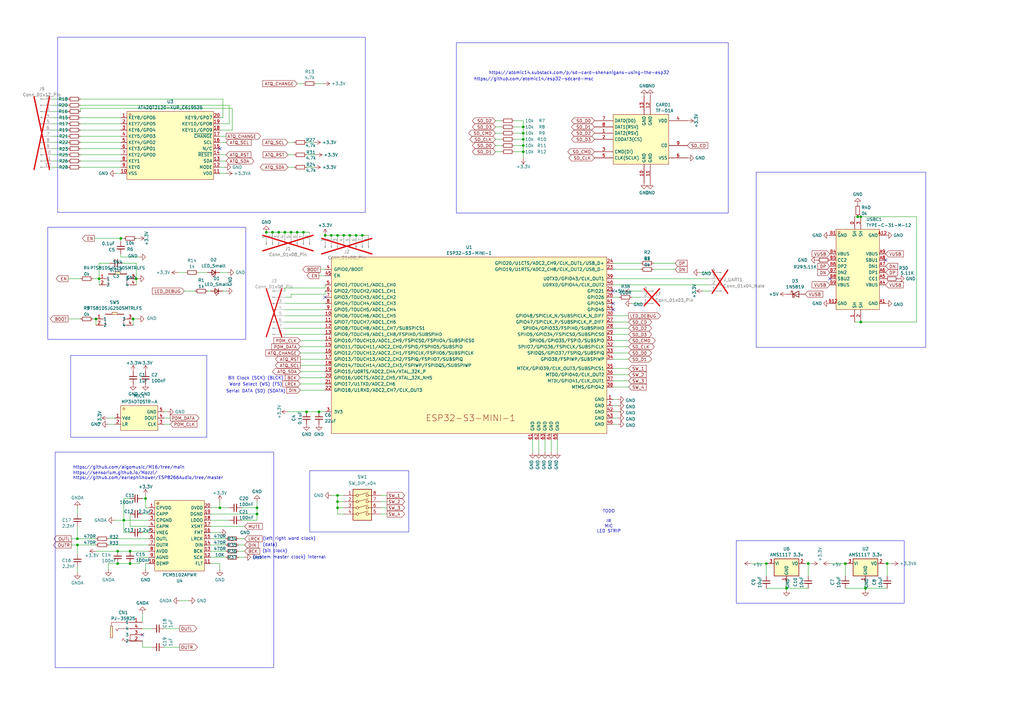
<source format=kicad_sch>
(kicad_sch (version 20231120) (generator "eeschema") (generator_version "8.0")
  (paper "A3")
  (junction (at 121.92 95.25))
  (junction (at 130.81 168.91))
  (junction (at 135.89 96.52))
  (junction (at 346.71 231.14))
  (junction (at 119.38 95.25))
  (junction (at 354.965 241.3))
  (junction (at 53.34 231.14))
  (junction (at 55.88 114.3))
  (junction (at 48.26 231.14))
  (junction (at 125.73 168.91))
  (junction (at 48.26 226.06))
  (junction (at 353.06 132.08))
  (junction (at 143.51 96.52))
  (junction (at 109.22 95.25))
  (junction (at 138.43 96.52))
  (junction (at 31.75 220.98))
  (junction (at 49.53 97.79))
  (junction (at 148.59 96.52))
  (junction (at 133.35 96.52))
  (junction (at 146.05 96.52))
  (junction (at 214.63 52.07))
  (junction (at 40.64 114.3))
  (junction (at 322.58 241.3))
  (junction (at 353.06 88.9))
  (junction (at 124.46 95.25))
  (junction (at 331.47 231.14))
  (junction (at 114.3 95.25))
  (junction (at 214.63 54.61))
  (junction (at 140.97 96.52))
  (junction (at 214.63 62.23))
  (junction (at 351.79 88.9))
  (junction (at 54.61 130.81))
  (junction (at 105.41 208.28))
  (junction (at 138.43 203.2))
  (junction (at 314.325 231.14))
  (junction (at 214.63 59.69))
  (junction (at 138.43 205.74))
  (junction (at 53.34 226.06))
  (junction (at 90.17 208.28))
  (junction (at 138.43 208.28))
  (junction (at 31.75 223.52))
  (junction (at 111.76 95.25))
  (junction (at 363.855 231.14))
  (junction (at 39.37 130.81))
  (junction (at 116.84 95.25))
  (junction (at 214.63 57.15))
  (junction (at 105.41 210.82))
  (junction (at 59.69 204.47))
  (junction (at 50.8 213.36))
  (no_connect (at 251.46 119.38))
  (no_connect (at 58.42 260.35))
  (no_connect (at 363.22 106.68))
  (no_connect (at 340.36 114.3))
  (no_connect (at 251.46 124.46))
  (no_connect (at 251.46 127))
  (no_connect (at 90.17 60.96))
  (no_connect (at 133.35 121.92))
  (wire (pts (xy 346.71 231.14) (xy 347.345 231.14)))
  (wire (pts (xy 86.36 210.82) (xy 105.41 210.82)))
  (wire (pts (xy 45.085 107.95) (xy 40.64 107.95)))
  (wire (pts (xy 33.02 50.8) (xy 49.53 50.8)))
  (wire (pts (xy 55.88 114.3) (xy 55.88 107.95)))
  (wire (pts (xy 203.2 57.15) (xy 205.74 57.15)))
  (wire (pts (xy 59.69 231.14) (xy 59.69 233.68)))
  (wire (pts (xy 29.21 220.98) (xy 31.75 220.98)))
  (wire (pts (xy 133.35 118.11) (xy 133.35 116.84)))
  (wire (pts (xy 251.46 116.84) (xy 290.83 116.84)))
  (wire (pts (xy 119.38 95.25) (xy 121.92 95.25)))
  (wire (pts (xy 129.54 34.29) (xy 132.715 34.29)))
  (wire (pts (xy 39.37 130.81) (xy 39.37 133.35)))
  (wire (pts (xy 346.71 241.3) (xy 354.965 241.3)))
  (wire (pts (xy 307.975 231.14) (xy 314.325 231.14)))
  (wire (pts (xy 118.11 68.58) (xy 120.65 68.58)))
  (wire (pts (xy 81.28 111.76) (xy 85.09 111.76)))
  (wire (pts (xy 90.17 66.04) (xy 92.71 66.04)))
  (wire (pts (xy 125.73 168.91) (xy 130.81 168.91)))
  (wire (pts (xy 124.46 95.25) (xy 127 95.25)))
  (wire (pts (xy 105.41 205.74) (xy 105.41 208.28)))
  (wire (pts (xy 31.75 208.28) (xy 31.75 210.82)))
  (wire (pts (xy 251.46 173.99) (xy 253.365 173.99)))
  (wire (pts (xy 214.63 59.69) (xy 214.63 57.15)))
  (wire (pts (xy 29.21 223.52) (xy 31.75 223.52)))
  (wire (pts (xy 363.855 241.3) (xy 354.965 241.3)))
  (wire (pts (xy 257.81 142.24) (xy 251.46 142.24)))
  (wire (pts (xy 53.34 204.47) (xy 50.8 204.47)))
  (wire (pts (xy 131.445 110.49) (xy 133.35 110.49)))
  (wire (pts (xy 91.44 40.64) (xy 91.44 48.26)))
  (wire (pts (xy 44.45 220.98) (xy 60.96 220.98)))
  (wire (pts (xy 133.35 96.52) (xy 135.89 96.52)))
  (wire (pts (xy 49.53 97.79) (xy 38.735 97.79)))
  (wire (pts (xy 156.21 208.28) (xy 158.75 208.28)))
  (wire (pts (xy 67.31 265.43) (xy 73.66 265.43)))
  (wire (pts (xy 90.17 53.34) (xy 95.25 53.34)))
  (wire (pts (xy 90.17 208.28) (xy 93.98 208.28)))
  (wire (pts (xy 251.46 151.13) (xy 257.81 151.13)))
  (wire (pts (xy 86.36 208.28) (xy 90.17 208.28)))
  (wire (pts (xy 346.71 236.22) (xy 346.71 231.14)))
  (wire (pts (xy 59.69 208.28) (xy 60.96 208.28)))
  (wire (pts (xy 21.59 48.26) (xy 27.94 48.26)))
  (wire (pts (xy 21.59 55.88) (xy 27.94 55.88)))
  (wire (pts (xy 203.2 52.07) (xy 205.74 52.07)))
  (wire (pts (xy 133.35 120.65) (xy 119.38 120.65)))
  (wire (pts (xy 251.46 107.95) (xy 262.89 107.95)))
  (wire (pts (xy 123.19 139.7) (xy 133.35 139.7)))
  (wire (pts (xy 86.36 215.9) (xy 100.33 215.9)))
  (wire (pts (xy 105.41 208.28) (xy 105.41 210.82)))
  (wire (pts (xy 50.8 97.79) (xy 49.53 97.79)))
  (wire (pts (xy 62.23 257.81) (xy 58.42 257.81)))
  (wire (pts (xy 67.31 173.99) (xy 69.85 173.99)))
  (wire (pts (xy 354.965 241.3) (xy 354.965 238.76)))
  (wire (pts (xy 135.89 96.52) (xy 138.43 96.52)))
  (wire (pts (xy 118.11 58.42) (xy 120.65 58.42)))
  (wire (pts (xy 251.46 158.75) (xy 257.81 158.75)))
  (wire (pts (xy 90.17 63.5) (xy 92.71 63.5)))
  (wire (pts (xy 121.92 95.25) (xy 124.46 95.25)))
  (wire (pts (xy 57.15 105.41) (xy 49.53 105.41)))
  (wire (pts (xy 314.325 241.3) (xy 322.58 241.3)))
  (wire (pts (xy 116.84 118.11) (xy 133.35 118.11)))
  (wire (pts (xy 86.36 213.36) (xy 93.98 213.36)))
  (wire (pts (xy 40.64 114.3) (xy 40.64 116.84)))
  (wire (pts (xy 75.565 119.38) (xy 80.01 119.38)))
  (wire (pts (xy 331.47 241.3) (xy 322.58 241.3)))
  (wire (pts (xy 123.19 149.86) (xy 133.35 149.86)))
  (wire (pts (xy 57.15 228.6) (xy 57.15 231.14)))
  (wire (pts (xy 332.74 231.14) (xy 331.47 231.14)))
  (wire (pts (xy 21.59 60.96) (xy 27.94 60.96)))
  (wire (pts (xy 73.025 111.76) (xy 76.2 111.76)))
  (wire (pts (xy 118.11 63.5) (xy 120.65 63.5)))
  (wire (pts (xy 86.36 228.6) (xy 92.71 228.6)))
  (wire (pts (xy 44.45 171.45) (xy 46.99 171.45)))
  (wire (pts (xy 97.79 228.6) (xy 100.33 228.6)))
  (wire (pts (xy 314.325 231.14) (xy 314.96 231.14)))
  (wire (pts (xy 31.75 215.9) (xy 31.75 220.98)))
  (wire (pts (xy 48.26 231.14) (xy 44.45 231.14)))
  (wire (pts (xy 67.31 171.45) (xy 69.85 171.45)))
  (wire (pts (xy 138.43 96.52) (xy 140.97 96.52)))
  (wire (pts (xy 267.97 107.95) (xy 276.86 107.95)))
  (wire (pts (xy 251.46 163.83) (xy 253.365 163.83)))
  (wire (pts (xy 39.37 226.06) (xy 48.26 226.06)))
  (wire (pts (xy 97.79 226.06) (xy 100.33 226.06)))
  (wire (pts (xy 67.31 168.91) (xy 68.58 168.91)))
  (wire (pts (xy 58.42 210.82) (xy 60.96 210.82)))
  (wire (pts (xy 109.22 95.25) (xy 111.76 95.25)))
  (wire (pts (xy 251.46 129.54) (xy 257.81 129.54)))
  (wire (pts (xy 59.69 204.47) (xy 59.69 208.28)))
  (wire (pts (xy 350.52 132.08) (xy 353.06 132.08)))
  (wire (pts (xy 50.8 204.47) (xy 50.8 213.36)))
  (wire (pts (xy 99.06 208.28) (xy 105.41 208.28)))
  (wire (pts (xy 73.66 246.38) (xy 77.47 246.38)))
  (wire (pts (xy 91.44 48.26) (xy 90.17 48.26)))
  (wire (pts (xy 251.46 121.92) (xy 254 121.92)))
  (wire (pts (xy 55.88 114.3) (xy 55.88 116.84)))
  (wire (pts (xy 119.38 121.92) (xy 116.84 121.92)))
  (wire (pts (xy 97.79 220.98) (xy 100.33 220.98)))
  (wire (pts (xy 60.96 213.36) (xy 50.8 213.36)))
  (wire (pts (xy 214.63 64.77) (xy 214.63 62.23)))
  (wire (pts (xy 91.44 119.38) (xy 92.71 119.38)))
  (wire (pts (xy 46.99 213.36) (xy 50.8 213.36)))
  (wire (pts (xy 33.02 60.96) (xy 49.53 60.96)))
  (wire (pts (xy 31.75 227.33) (xy 31.75 223.52)))
  (wire (pts (xy 40.64 114.3) (xy 38.1 114.3)))
  (wire (pts (xy 50.8 218.44) (xy 50.8 213.36)))
  (wire (pts (xy 105.41 213.36) (xy 99.06 213.36)))
  (wire (pts (xy 251.46 168.91) (xy 253.365 168.91)))
  (wire (pts (xy 351.79 88.9) (xy 353.06 88.9)))
  (wire (pts (xy 125.73 63.5) (xy 129.54 63.5)))
  (wire (pts (xy 90.17 218.44) (xy 86.36 218.44)))
  (wire (pts (xy 257.81 144.78) (xy 251.46 144.78)))
  (wire (pts (xy 44.45 173.99) (xy 46.99 173.99)))
  (wire (pts (xy 143.51 96.52) (xy 146.05 96.52)))
  (wire (pts (xy 123.19 154.94) (xy 133.35 154.94)))
  (wire (pts (xy 288.29 119.38) (xy 290.83 119.38)))
  (wire (pts (xy 90.17 71.12) (xy 92.71 71.12)))
  (wire (pts (xy 21.59 58.42) (xy 27.94 58.42)))
  (wire (pts (xy 90.17 233.68) (xy 90.17 231.14)))
  (wire (pts (xy 214.63 52.07) (xy 210.82 52.07)))
  (wire (pts (xy 90.17 111.76) (xy 93.345 111.76)))
  (wire (pts (xy 86.36 226.06) (xy 92.71 226.06)))
  (wire (pts (xy 340.36 231.14) (xy 346.71 231.14)))
  (wire (pts (xy 130.81 113.03) (xy 133.35 113.03)))
  (wire (pts (xy 33.02 63.5) (xy 49.53 63.5)))
  (wire (pts (xy 251.46 156.21) (xy 257.81 156.21)))
  (wire (pts (xy 31.75 220.98) (xy 39.37 220.98)))
  (wire (pts (xy 203.2 54.61) (xy 205.74 54.61)))
  (wire (pts (xy 58.42 262.89) (xy 58.42 265.43)))
  (wire (pts (xy 33.02 48.26) (xy 49.53 48.26)))
  (wire (pts (xy 287.02 111.76) (xy 290.83 111.76)))
  (wire (pts (xy 58.42 204.47) (xy 59.69 204.47)))
  (wire (pts (xy 33.02 40.64) (xy 91.44 40.64)))
  (wire (pts (xy 59.69 231.14) (xy 60.96 231.14)))
  (wire (pts (xy 138.43 208.28) (xy 138.43 210.82)))
  (wire (pts (xy 90.17 58.42) (xy 92.71 58.42)))
  (wire (pts (xy 21.59 50.8) (xy 27.94 50.8)))
  (wire (pts (xy 363.855 231.14) (xy 365.76 231.14)))
  (wire (pts (xy 33.02 53.34) (xy 49.53 53.34)))
  (wire (pts (xy 223.52 180.34) (xy 223.52 185.42)))
  (wire (pts (xy 21.59 66.04) (xy 27.94 66.04)))
  (wire (pts (xy 314.325 236.22) (xy 314.325 231.14)))
  (wire (pts (xy 53.34 231.14) (xy 48.26 231.14)))
  (wire (pts (xy 116.84 129.54) (xy 133.35 129.54)))
  (wire (pts (xy 146.05 96.52) (xy 148.59 96.52)))
  (wire (pts (xy 114.3 95.25) (xy 116.84 95.25)))
  (wire (pts (xy 90.17 208.28) (xy 90.17 205.74)))
  (wire (pts (xy 375.92 88.9) (xy 353.06 88.9)))
  (wire (pts (xy 251.46 110.49) (xy 262.89 110.49)))
  (wire (pts (xy 125.73 68.58) (xy 128.905 68.58)))
  (wire (pts (xy 251.46 166.37) (xy 253.365 166.37)))
  (wire (pts (xy 203.2 49.53) (xy 205.74 49.53)))
  (wire (pts (xy 257.81 134.62) (xy 251.46 134.62)))
  (wire (pts (xy 138.43 203.2) (xy 140.97 203.2)))
  (wire (pts (xy 105.41 210.82) (xy 105.41 213.36)))
  (wire (pts (xy 123.19 160.02) (xy 133.35 160.02)))
  (wire (pts (xy 33.02 44.45) (xy 33.02 45.72)))
  (wire (pts (xy 138.43 208.28) (xy 140.97 208.28)))
  (wire (pts (xy 214.63 59.69) (xy 210.82 59.69)))
  (wire (pts (xy 363.855 231.14) (xy 362.585 231.14)))
  (wire (pts (xy 203.2 59.69) (xy 205.74 59.69)))
  (wire (pts (xy 363.855 236.22) (xy 363.855 231.14)))
  (wire (pts (xy 123.19 144.78) (xy 133.35 144.78)))
  (wire (pts (xy 116.84 95.25) (xy 119.38 95.25)))
  (wire (pts (xy 49.53 99.06) (xy 49.53 97.79)))
  (wire (pts (xy 31.75 232.41) (xy 31.75 234.95)))
  (wire (pts (xy 214.63 59.69) (xy 214.63 62.23)))
  (wire (pts (xy 353.06 132.08) (xy 375.92 132.08)))
  (wire (pts (xy 133.35 132.08) (xy 116.84 132.08)))
  (wire (pts (xy 86.36 220.98) (xy 92.71 220.98)))
  (wire (pts (xy 331.47 231.14) (xy 330.2 231.14)))
  (wire (pts (xy 138.43 210.82) (xy 140.97 210.82)))
  (wire (pts (xy 56.515 130.81) (xy 54.61 130.81)))
  (wire (pts (xy 118.11 168.91) (xy 125.73 168.91)))
  (wire (pts (xy 214.63 62.23) (xy 210.82 62.23)))
  (wire (pts (xy 350.52 88.9) (xy 351.79 88.9)))
  (wire (pts (xy 116.84 137.16) (xy 133.35 137.16)))
  (wire (pts (xy 53.34 218.44) (xy 50.8 218.44)))
  (wire (pts (xy 135.89 203.2) (xy 138.43 203.2)))
  (wire (pts (xy 40.64 107.95) (xy 40.64 114.3)))
  (wire (pts (xy 33.02 55.88) (xy 49.53 55.88)))
  (wire (pts (xy 56.515 114.3) (xy 55.88 114.3)))
  (wire (pts (xy 214.63 54.61) (xy 210.82 54.61)))
  (wire (pts (xy 331.47 236.22) (xy 331.47 231.14)))
  (wire (pts (xy 44.45 223.52) (xy 60.96 223.52)))
  (wire (pts (xy 58.42 218.44) (xy 60.96 218.44)))
  (wire (pts (xy 90.17 55.88) (xy 92.71 55.88)))
  (wire (pts (xy 21.59 43.18) (xy 27.94 43.18)))
  (wire (pts (xy 130.81 168.91) (xy 133.35 168.91)))
  (wire (pts (xy 57.15 228.6) (xy 60.96 228.6)))
  (wire (pts (xy 33.02 130.81) (xy 27.94 130.81)))
  (wire (pts (xy 214.63 52.07) (xy 214.63 54.61)))
  (wire (pts (xy 354.965 241.935) (xy 354.965 241.3)))
  (wire (pts (xy 86.36 223.52) (xy 92.71 223.52)))
  (wire (pts (xy 54.61 130.81) (xy 54.61 133.35)))
  (wire (pts (xy 251.46 171.45) (xy 253.365 171.45)))
  (wire (pts (xy 21.59 53.34) (xy 27.94 53.34)))
  (wire (pts (xy 93.98 50.8) (xy 90.17 50.8)))
  (wire (pts (xy 257.81 147.32) (xy 251.46 147.32)))
  (wire (pts (xy 156.21 203.2) (xy 158.75 203.2)))
  (wire (pts (xy 257.81 137.16) (xy 251.46 137.16)))
  (wire (pts (xy 58.42 265.43) (xy 62.23 265.43)))
  (wire (pts (xy 140.97 96.52) (xy 143.51 96.52)))
  (wire (pts (xy 267.97 110.49) (xy 276.86 110.49)))
  (wire (pts (xy 59.69 203.2) (xy 59.69 204.47)))
  (wire (pts (xy 133.35 127) (xy 116.84 127)))
  (wire (pts (xy 90.17 68.58) (xy 92.075 68.58)))
  (wire (pts (xy 259.08 119.38) (xy 262.89 119.38)))
  (wire (pts (xy 218.44 185.42) (xy 218.44 180.34)))
  (wire (pts (xy 251.46 153.67) (xy 257.81 153.67)))
  (wire (pts (xy 93.98 43.18) (xy 93.98 50.8)))
  (wire (pts (xy 85.09 119.38) (xy 86.36 119.38)))
  (wire (pts (xy 21.59 45.72) (xy 27.94 45.72)))
  (wire (pts (xy 90.17 231.14) (xy 86.36 231.14)))
  (wire (pts (xy 214.63 49.53) (xy 214.63 52.07)))
  (wire (pts (xy 257.81 139.7) (xy 251.46 139.7)))
  (wire (pts (xy 33.02 43.18) (xy 93.98 43.18)))
  (wire (pts (xy 44.45 231.14) (xy 44.45 233.68)))
  (wire (pts (xy 322.58 241.935) (xy 322.58 241.3)))
  (wire (pts (xy 123.19 157.48) (xy 133.35 157.48)))
  (wire (pts (xy 322.58 241.3) (xy 322.58 238.76)))
  (wire (pts (xy 38.1 130.81) (xy 39.37 130.81)))
  (wire (pts (xy 259.08 124.46) (xy 262.89 124.46)))
  (wire (pts (xy 57.15 231.14) (xy 53.34 231.14)))
  (wire (pts (xy 220.98 180.34) (xy 220.98 185.42)))
  (wire (pts (xy 31.75 223.52) (xy 39.37 223.52)))
  (wire (pts (xy 203.2 62.23) (xy 205.74 62.23)))
  (wire (pts (xy 251.46 114.3) (xy 290.83 114.3)))
  (wire (pts (xy 55.88 107.95) (xy 50.165 107.95)))
  (wire (pts (xy 33.02 114.3) (xy 27.94 114.3)))
  (wire (pts (xy 33.02 68.58) (xy 49.53 68.58)))
  (wire (pts (xy 214.63 57.15) (xy 210.82 57.15)))
  (wire (pts (xy 97.79 223.52) (xy 100.33 223.52)))
  (wire (pts (xy 214.63 49.53) (xy 210.82 49.53)))
  (wire (pts (xy 21.59 68.58) (xy 27.94 68.58)))
  (wire (pts (xy 116.84 118.11) (xy 116.84 119.38)))
  (wire (pts (xy 156.21 205.74) (xy 158.75 205.74)))
  (wire (pts (xy 119.38 120.65) (xy 119.38 121.92)))
  (wire (pts (xy 214.63 54.61) (xy 214.63 57.15)))
  (wire (pts (xy 48.26 226.06) (xy 53.34 226.06)))
  (wire (pts (xy 148.59 96.52) (xy 151.13 96.52)))
  (wire (pts (xy 156.21 210.82) (xy 158.75 210.82)))
  (wire (pts (xy 21.59 40.64) (xy 27.94 40.64)))
  (wire (pts (xy 138.43 205.74) (xy 138.43 208.28)))
  (wire (pts (xy 259.08 121.92) (xy 262.89 121.92)))
  (wire (pts (xy 60.96 215.9) (xy 53.34 215.9)))
  (wire (pts (xy 53.34 215.9) (xy 53.34 210.82)))
  (wire (pts (xy 53.34 226.06) (xy 60.96 226.06)))
  (wire (pts (xy 116.84 124.46) (xy 133.35 124.46)))
  (wire (pts (xy 121.92 34.29) (xy 124.46 34.29)))
  (wire (pts (xy 125.73 58.42) (xy 128.905 58.42)))
  (wire (pts (xy 73.66 257.81) (xy 67.31 257.81)))
  (wire (pts (xy 123.19 142.24) (xy 133.35 142.24)))
  (wire (pts (xy 138.43 203.2) (xy 138.43 205.74)))
  (wire (pts (xy 257.81 132.08) (xy 251.46 132.08)))
  (wire (pts (xy 375.92 132.08) (xy 375.92 88.9)))
  (wire (pts (xy 33.02 58.42) (xy 49.53 58.42)))
  (wire (pts (xy 21.59 63.5) (xy 27.94 63.5)))
  (wire (pts (xy 226.06 180.34) (xy 226.06 185.42)))
  (wire (pts (xy 95.25 44.45) (xy 33.02 44.45)))
  (wire (pts (xy 228.6 180.34) (xy 228.6 185.42)))
  (wire (pts (xy 56.515 97.79) (xy 55.88 97.79)))
  (wire (pts (xy 138.43 205.74) (xy 140.97 205.74)))
  (wire (pts (xy 116.84 134.62) (xy 133.35 134.62)))
  (wire (pts (xy 123.19 152.4) (xy 133.35 152.4)))
  (wire (pts (xy 49.53 71.12) (xy 47.625 71.12)))
  (wire (pts (xy 111.76 95.25) (xy 114.3 95.25)))
  (wire (pts (xy 58.42 251.46) (xy 58.42 255.27)))
  (wire (pts (xy 49.53 105.41) (xy 49.53 104.14)))
  (wire (pts (xy 33.02 66.04) (xy 49.53 66.04)))
  (wire (pts (xy 123.19 147.32) (xy 133.35 147.32)))
  (wire (pts (xy 133.35 120.65) (xy 133.35 119.38)))
  (wire (pts (xy 95.25 53.34) (xy 95.25 44.45)))
  (rectangle (start 187.198 17.526) (end 298.704 87.376))
  (rectangle (start 28.956 145.796) (end 84.836 179.324))
  (rectangle (start 22.606 185.42) (end 112.268 273.812))
  (rectangle (start 310.134 70.612) (end 379.73 142.494))
  (rectangle (start 19.558 93.218) (end 100.838 139.192))
  (rectangle (start 127 193.04) (end 167.64 218.186))
  (rectangle (start 23.622 15.24) (end 149.86 87.122))
  (rectangle (start 302.006 221.742) (end 370.84 247.396))
  (text "Serial DATA (SD) (SDATA)" (at 104.902 160.528 0) (effects (font (size 1.27 1.27))))
  (text "(bit clock)" (at 112.776 226.06 0) (effects (font (size 1.27 1.27))))
  (text "TODO\n\nIR\nMIC\nLED STRIP" (at 249.682 213.868 0) (effects (font (size 1.27 1.27))))
  (text "Word Select (WS) (FS)" (at 104.902 157.734 0) (effects (font (size 1.27 1.27))))
  (text "https://github.com/algomusic/M16/tree/main" (at 52.832 191.77 0) (effects (font (size 1.27 1.27))))
  (text "(system master clock) internal" (at 118.618 228.6 0) (effects (font (size 1.27 1.27))))
  (text "(data)" (at 110.744 223.52 0) (effects (font (size 1.27 1.27))))
  (text "https://atomic14.substack.com/p/sd-card-shenanigans-using-the-esp32" (at 237.49 29.972 0) (effects (font (size 1.27 1.27))))
  (text "https://github.com/earlephilhower/ESP8266Audio/tree/master" (at 60.706 196.088 0) (effects (font (size 1.27 1.27))))
  (text "https://github.com/atomic14/esp32-sdcard-msc" (at 218.948 32.512 0) (effects (font (size 1.27 1.27))))
  (text "(left right word clock)" (at 118.618 220.98 0) (effects (font (size 1.27 1.27))))
  (text "https://sensorium.github.io/Mozzi/" (at 47.244 194.056 0) (effects (font (size 1.27 1.27))))
  (text "Bit Clock (SCK) (BLCK)" (at 104.902 155.194 0) (effects (font (size 1.27 1.27))))
  (global_label "SW_2" (shape output) (at 158.75 205.74 0) (property "Intersheetrefs" "${INTERSHEET_REFS}" (effects (hide yes))))
  (global_label "DIN" (shape input) (at 123.19 160.02 180) (property "Intersheetrefs" "${INTERSHEET_REFS}" (effects (hide yes))))
  (global_label "ATQ_RST" (shape input) (at 92.71 63.5 0) (property "Intersheetrefs" "${INTERSHEET_REFS}" (effects (hide yes))))
  (global_label "SW_1" (shape input) (at 257.81 151.13 0) (property "Intersheetrefs" "${INTERSHEET_REFS}" (effects (hide yes))))
  (global_label "ATQ_SDA" (shape bidirectional) (at 92.71 66.04 0) (property "Intersheetrefs" "${INTERSHEET_REFS}" (effects (hide yes))))
  (global_label "ATQ_CHANGE" (shape input) (at 123.19 144.78 180) (property "Intersheetrefs" "${INTERSHEET_REFS}" (effects (hide yes))))
  (global_label "ATQ_SDA" (shape bidirectional) (at 123.19 152.4 180) (property "Intersheetrefs" "${INTERSHEET_REFS}" (effects (hide yes))))
  (global_label "SD_CMD" (shape bidirectional) (at 243.84 62.23 180) (property "Intersheetrefs" "${INTERSHEET_REFS}" (effects (hide yes))))
  (global_label "ATQ_RST" (shape input) (at 118.11 63.5 180) (property "Intersheetrefs" "${INTERSHEET_REFS}" (effects (hide yes))))
  (global_label "VUSB" (shape input) (at 363.22 116.84 0) (property "Intersheetrefs" "${INTERSHEET_REFS}" (effects (hide yes))))
  (global_label "SD_CD" (shape input) (at 281.94 59.69 0) (property "Intersheetrefs" "${INTERSHEET_REFS}" (effects (hide yes))))
  (global_label "ATQ_SCL" (shape input) (at 118.11 58.42 180) (property "Intersheetrefs" "${INTERSHEET_REFS}" (effects (hide yes))))
  (global_label "SD_D2" (shape bidirectional) (at 257.81 134.62 0) (property "Intersheetrefs" "${INTERSHEET_REFS}" (effects (hide yes))))
  (global_label "SW_1" (shape output) (at 158.75 203.2 0) (property "Intersheetrefs" "${INTERSHEET_REFS}" (effects (hide yes))))
  (global_label "BCK" (shape input) (at 100.33 226.06 0) (property "Intersheetrefs" "${INTERSHEET_REFS}" (effects (hide yes))))
  (global_label "SD_CD" (shape bidirectional) (at 257.81 132.08 0) (property "Intersheetrefs" "${INTERSHEET_REFS}" (effects (hide yes))))
  (global_label "BOOT" (shape output) (at 27.94 130.81 180) (property "Intersheetrefs" "${INTERSHEET_REFS}" (effects (hide yes))))
  (global_label "PDM_CLK" (shape input) (at 69.85 173.99 0) (property "Intersheetrefs" "${INTERSHEET_REFS}" (effects (hide yes))))
  (global_label "SD_D3" (shape bidirectional) (at 257.81 137.16 0) (property "Intersheetrefs" "${INTERSHEET_REFS}" (effects (hide yes))))
  (global_label "ATQ_CHANGE" (shape output) (at 92.71 55.88 0) (property "Intersheetrefs" "${INTERSHEET_REFS}" (effects (hide yes))))
  (global_label "PDM_DATA" (shape input) (at 123.19 142.24 180) (property "Intersheetrefs" "${INTERSHEET_REFS}" (effects (hide yes))))
  (global_label "EN" (shape output) (at 38.735 97.79 180) (property "Intersheetrefs" "${INTERSHEET_REFS}" (effects (hide yes))))
  (global_label "OUTR" (shape output) (at 73.66 265.43 0) (property "Intersheetrefs" "${INTERSHEET_REFS}" (effects (hide yes))))
  (global_label "DN" (shape input) (at 340.36 111.76 180) (property "Intersheetrefs" "${INTERSHEET_REFS}" (effects (hide yes))))
  (global_label "SD_CMD" (shape bidirectional) (at 203.2 54.61 180) (property "Intersheetrefs" "${INTERSHEET_REFS}" (effects (hide yes))))
  (global_label "ATQ_SCL" (shape input) (at 92.71 58.42 0) (property "Intersheetrefs" "${INTERSHEET_REFS}" (effects (hide yes))))
  (global_label "SD_D0" (shape bidirectional) (at 243.84 49.53 180) (property "Intersheetrefs" "${INTERSHEET_REFS}" (effects (hide yes))))
  (global_label "DP" (shape input) (at 276.86 107.95 0) (property "Intersheetrefs" "${INTERSHEET_REFS}" (effects (hide yes))))
  (global_label "BOOT" (shape output) (at 131.445 110.49 180) (property "Intersheetrefs" "${INTERSHEET_REFS}" (effects (hide yes))))
  (global_label "LED_DEBUG" (shape output) (at 257.81 129.54 0) (property "Intersheetrefs" "${INTERSHEET_REFS}" (effects (hide yes))))
  (global_label "SD_CLK" (shape bidirectional) (at 203.2 57.15 180) (property "Intersheetrefs" "${INTERSHEET_REFS}" (effects (hide yes))))
  (global_label "SW_4" (shape output) (at 158.75 210.82 0) (property "Intersheetrefs" "${INTERSHEET_REFS}" (effects (hide yes))))
  (global_label "VUSB" (shape input) (at 363.22 104.14 0) (property "Intersheetrefs" "${INTERSHEET_REFS}" (effects (hide yes))))
  (global_label "SD_D3" (shape bidirectional) (at 203.2 52.07 180) (property "Intersheetrefs" "${INTERSHEET_REFS}" (effects (hide yes))))
  (global_label "ATQ_SCL" (shape output) (at 123.19 149.86 180) (property "Intersheetrefs" "${INTERSHEET_REFS}" (effects (hide yes))))
  (global_label "PDM_DATA" (shape output) (at 69.85 171.45 0) (property "Intersheetrefs" "${INTERSHEET_REFS}" (effects (hide yes))))
  (global_label "SW_3" (shape output) (at 158.75 208.28 0) (property "Intersheetrefs" "${INTERSHEET_REFS}" (effects (hide yes))))
  (global_label "EN" (shape output) (at 130.81 113.03 180) (property "Intersheetrefs" "${INTERSHEET_REFS}" (effects (hide yes))))
  (global_label "VUSB" (shape input) (at 340.36 104.14 180) (property "Intersheetrefs" "${INTERSHEET_REFS}" (effects (hide yes))))
  (global_label "DP" (shape input) (at 340.36 109.22 180) (property "Intersheetrefs" "${INTERSHEET_REFS}" (effects (hide yes))))
  (global_label "OUTL" (shape output) (at 29.21 220.98 180) (property "Intersheetrefs" "${INTERSHEET_REFS}" (effects (hide yes))))
  (global_label "LRCK" (shape input) (at 100.33 220.98 0) (property "Intersheetrefs" "${INTERSHEET_REFS}" (effects (hide yes))))
  (global_label "SW_3" (shape input) (at 257.81 156.21 0) (property "Intersheetrefs" "${INTERSHEET_REFS}" (effects (hide yes))))
  (global_label "LED_DEBUG" (shape input) (at 75.565 119.38 180) (property "Intersheetrefs" "${INTERSHEET_REFS}" (effects (hide yes))))
  (global_label "OUTL" (shape output) (at 73.66 257.81 0) (property "Intersheetrefs" "${INTERSHEET_REFS}" (effects (hide yes))))
  (global_label "EN" (shape output) (at 27.94 114.3 180) (property "Intersheetrefs" "${INTERSHEET_REFS}" (effects (hide yes))))
  (global_label "SD_D2" (shape bidirectional) (at 243.84 54.61 180) (property "Intersheetrefs" "${INTERSHEET_REFS}" (effects (hide yes))))
  (global_label "SD_D2" (shape bidirectional) (at 203.2 49.53 180) (property "Intersheetrefs" "${INTERSHEET_REFS}" (effects (hide yes))))
  (global_label "SD_D1" (shape bidirectional) (at 243.84 52.07 180) (property "Intersheetrefs" "${INTERSHEET_REFS}" (effects (hide yes))))
  (global_label "SW_4" (shape input) (at 257.81 158.75 0) (property "Intersheetrefs" "${INTERSHEET_REFS}" (effects (hide yes))))
  (global_label "DN" (shape input) (at 363.22 109.22 0) (property "Intersheetrefs" "${INTERSHEET_REFS}" (effects (hide yes))))
  (global_label "DN" (shape input) (at 276.86 110.49 0) (property "Intersheetrefs" "${INTERSHEET_REFS}" (effects (hide yes))))
  (global_label "MUTE" (shape input) (at 100.33 215.9 0) (property "Intersheetrefs" "${INTERSHEET_REFS}" (effects (hide yes))))
  (global_label "SD_D0" (shape bidirectional) (at 203.2 59.69 180) (property "Intersheetrefs" "${INTERSHEET_REFS}" (effects (hide yes))))
  (global_label "SD_D0" (shape bidirectional) (at 257.81 144.78 0) (property "Intersheetrefs" "${INTERSHEET_REFS}" (effects (hide yes))))
  (global_label "ATQ_CHANGE" (shape input) (at 121.92 34.29 180) (property "Intersheetrefs" "${INTERSHEET_REFS}" (effects (hide yes))))
  (global_label "VUSB" (shape input) (at 340.36 116.84 180) (property "Intersheetrefs" "${INTERSHEET_REFS}" (effects (hide yes))))
  (global_label "LRCK" (shape input) (at 123.19 157.48 180) (property "Intersheetrefs" "${INTERSHEET_REFS}" (effects (hide yes))))
  (global_label "SD_CMD" (shape bidirectional) (at 257.81 139.7 0) (property "Intersheetrefs" "${INTERSHEET_REFS}" (effects (hide yes))))
  (global_label "SD_D1" (shape bidirectional) (at 257.81 147.32 0) (property "Intersheetrefs" "${INTERSHEET_REFS}" (effects (hide yes))))
  (global_label "DIN" (shape input) (at 100.33 223.52 0) (property "Intersheetrefs" "${INTERSHEET_REFS}" (effects (hide yes))))
  (global_label "ATQ_RST" (shape output) (at 123.19 147.32 180) (property "Intersheetrefs" "${INTERSHEET_REFS}" (effects (hide yes))))
  (global_label "SD_D3" (shape bidirectional) (at 243.84 57.15 180) (property "Intersheetrefs" "${INTERSHEET_REFS}" (effects (hide yes))))
  (global_label "DP" (shape input) (at 363.22 111.76 0) (property "Intersheetrefs" "${INTERSHEET_REFS}" (effects (hide yes))))
  (global_label "BCK" (shape input) (at 123.19 154.94 180) (property "Intersheetrefs" "${INTERSHEET_REFS}" (effects (hide yes))))
  (global_label "SD_CLK" (shape bidirectional) (at 257.81 142.24 0) (property "Intersheetrefs" "${INTERSHEET_REFS}" (effects (hide yes))))
  (global_label "VUSB" (shape input) (at 330.2 120.65 0) (property "Intersheetrefs" "${INTERSHEET_REFS}" (effects (hide yes))))
  (global_label "OUTR" (shape output) (at 29.21 223.52 180) (property "Intersheetrefs" "${INTERSHEET_REFS}" (effects (hide yes))))
  (global_label "SD_D1" (shape bidirectional) (at 203.2 62.23 180) (property "Intersheetrefs" "${INTERSHEET_REFS}" (effects (hide yes))))
  (global_label "SD_CLK" (shape bidirectional) (at 243.84 64.77 180) (property "Intersheetrefs" "${INTERSHEET_REFS}" (effects (hide yes))))
  (global_label "SW_2" (shape input) (at 257.81 153.67 0) (property "Intersheetrefs" "${INTERSHEET_REFS}" (effects (hide yes))))
  (global_label "ATQ_SDA" (shape bidirectional) (at 118.11 68.58 180) (property "Intersheetrefs" "${INTERSHEET_REFS}" (effects (hide yes))))
  (global_label "PDM_CLK" (shape input) (at 123.19 139.7 180) (property "Intersheetrefs" "${INTERSHEET_REFS}" (effects (hide yes))))
  (symbol (lib_id "power:GND") (at 220.98 185.42 0) (unit 1)
    (property "Reference" "#PWR015" (effects (hide yes)))
    (property "Value" "GND" (at 220.5462 188.595 90) (effects (justify right)))
  )
  (symbol (lib_id "power:+3.3V") (at 332.74 231.14 270) (unit 1)
    (property "Reference" "#PWR062" (effects (hide yes)))
    (property "Value" "+3.3V" (at 336.3158 227.33 0))
  )
  (symbol (lib_id "Connector:Conn_01x12_Pin") (at 16.51 53.34 0) (unit 1) (in_bom no) (dnp yes)
    (property "Reference" "J9" (at 17.145 36.4193 0))
    (property "Value" "Conn_01x12_Pin" (at 17.145 38.8436 0))
    (property "Footprint" "TerminalBlock_4Ucon:TerminalBlock_4Ucon_1x12_P3.50mm_Horizontal" (effects (hide yes)))
    (property "Description" "Generic connector, single row, 01x12, script generated" (effects (hide yes)))
  )
  (symbol (lib_id "Device:R_Small") (at 337.82 106.68 90) (unit 1)
    (property "Reference" "R29" (at 327.406 109.474 90))
    (property "Value" "5.11K" (at 332.232 109.474 90))
    (property "Footprint" "Resistor_SMD:R_0805_2012Metric" (effects (hide yes)))
  )
  (symbol (lib_id "Device:R_Small") (at 41.91 223.52 90) (unit 1)
    (property "Reference" "R33" (at 46.736 222.758 90))
    (property "Value" "470R" (at 36.83 222.504 90))
    (property "Footprint" "Resistor_SMD:R_0805_2012Metric" (effects (hide yes)))
  )
  (symbol (lib_id "power:GND") (at 125.73 173.99 0) (unit 1)
    (property "Reference" "#PWR034" (effects (hide yes)))
    (property "Value" "GND" (at 125.73 178.1231 0))
    (property "Description" "Power symbol creates a global label with name \"GND\" , ground" (effects (hide yes)))
  )
  (symbol (lib_id "Connector:Conn_01x03_Pin") (at 267.97 121.92 180) (unit 1) (in_bom no) (dnp yes)
    (property "Reference" "J7" (at 268.6812 120.7078 0) (effects (justify right)))
    (property "Value" "Conn_01x03_Pin" (at 268.6812 123.1321 0) (effects (justify right)))
    (property "Footprint" "Connector_PinHeader_2.54mm:PinHeader_1x03_P2.54mm_Vertical" (effects (hide yes)))
    (property "Description" "Generic connector, single row, 01x03, script generated" (effects (hide yes)))
  )
  (symbol (lib_id "Device:R_Small") (at 30.48 66.04 270) (mirror x) (unit 1)
    (property "Reference" "R26" (at 26.035 66.04 90))
    (property "Value" "20k" (effects (hide yes)))
    (property "Footprint" "Resistor_SMD:R_0805_2012Metric_Pad1.20x1.40mm_HandSolder" (effects (hide yes)))
  )
  (symbol (lib_id "easyeda2kicad:PTS810SJG250SMTRLFS") (at 46.99 130.81 0) (unit 1)
    (property "Reference" "SW5" (at 46.99 123.9925 0))
    (property "Value" "PTS810SJG250SMTRLFS" (at 46.99 126.4168 0))
    (property "Footprint" "easyeda2kicad:SW-SMD_4P_PTS810SJM250SMTRLFS" (effects (hide yes)))
    (property "Datasheet" "https://lcsc.com/product-detail/Tactile-Switches_C-K_PTS810SJG250SMTRLFS_C-K-PTS810SJG250SMTRLFS_C221895.html" (effects (hide yes)))
    (property "LCSC Part" "C221895" (effects (hide yes)))
  )
  (symbol (lib_id "power:+3.3V") (at 73.025 111.76 90) (unit 1)
    (property "Reference" "#PWR026" (effects (hide yes)))
    (property "Value" "+3.3V" (at 69.85 111.76 90) (effects (justify left)))
  )
  (symbol (lib_id "easyeda2kicad:PJ-35825") (at 53.34 257.81 0) (unit 1)
    (property "Reference" "CN1" (at 50.545 251.2525 0))
    (property "Value" "PJ-35825" (at 50.545 253.6768 0))
    (property "Footprint" "easyeda2kicad:AUDIO-SMD_PJ-35825" (effects (hide yes)))
    (property "LCSC Part" "C2764616" (effects (hide yes)))
  )
  (symbol (lib_id "Device:C_Small") (at 31.75 213.36 180) (unit 1)
    (property "Reference" "C17" (at 25.4 213.36 0) (effects (justify right)))
    (property "Value" "2.2nF" (at 25.4 215.7843 0) (effects (justify right)))
    (property "Footprint" "Capacitor_SMD:C_0805_2012Metric" (effects (hide yes)))
    (property "Description" "Unpolarized capacitor, small symbol" (effects (hide yes)))
  )
  (symbol (lib_id "Device:C_Small") (at 125.73 171.45 0) (unit 1)
    (property "Reference" "C4" (at 120.4681 171.4564 90))
    (property "Value" "0.1uF" (at 123.005 171.4564 90))
    (property "Footprint" "Capacitor_SMD:C_0805_2012Metric" (effects (hide yes)))
    (property "Description" "Unpolarized capacitor, small symbol" (effects (hide yes)))
  )
  (symbol (lib_id "easyeda2kicad:AT42QT2120-XUR_C619526") (at 69.85 60.96 0) (unit 1)
    (property "Reference" "U3" (at 69.85 41.7025 0))
    (property "Value" "AT42QT2120-XUR_C619526" (at 69.85 44.1268 0))
    (property "Footprint" "easyeda2kicad:TSSOP-20_L6.5-W4.4-P0.65-LS6.4-TL" (effects (hide yes)))
    (property "LCSC Part" "C619526" (effects (hide yes)))
  )
  (symbol (lib_id "power:GNDA") (at 73.66 246.38 270) (unit 1)
    (property "Reference" "#PWR033" (effects (hide yes)))
    (property "Value" "GNDA" (at 70.4851 246.38 90) (effects (justify right)))
    (property "Description" "Power symbol creates a global label with name \"GNDA\" , analog ground" (effects (hide yes)))
  )
  (symbol (lib_id "Device:R_Small") (at 265.43 107.95 270) (unit 1)
    (property "Reference" "R2" (at 265.43 103.5136 90))
    (property "Value" "0k" (at 265.43 106.0505 90))
    (property "Footprint" "Resistor_SMD:R_0805_2012Metric" (effects (hide yes)))
  )
  (symbol (lib_id "Device:C_Small") (at 55.88 210.82 90) (unit 1)
    (property "Reference" "C12" (at 52.832 209.804 90))
    (property "Value" "2.2uF" (at 59.436 209.804 90))
    (property "Footprint" "Capacitor_SMD:C_0805_2012Metric" (effects (hide yes)))
    (property "Description" "Unpolarized capacitor, small symbol" (effects (hide yes)))
  )
  (symbol (lib_id "Device:R_Small") (at 95.25 226.06 90) (unit 1)
    (property "Reference" "R36" (at 95.25 226.06 90))
    (property "Value" "470R" (at 90.17 225.044 90))
    (property "Footprint" "Resistor_SMD:R_0805_2012Metric" (effects (hide yes)))
  )
  (symbol (lib_id "Device:R_Small") (at 95.25 223.52 90) (unit 1)
    (property "Reference" "R35" (at 95.25 223.52 90))
    (property "Value" "470R" (at 90.17 222.504 90))
    (property "Footprint" "Resistor_SMD:R_0805_2012Metric" (effects (hide yes)))
  )
  (symbol (lib_id "Device:R_Small") (at 256.54 121.92 270) (unit 1)
    (property "Reference" "R38" (at 256.54 117.4836 90))
    (property "Value" "100R" (at 256.54 120.0205 90))
    (property "Footprint" "Resistor_SMD:R_0805_2012Metric" (effects (hide yes)))
  )
  (symbol (lib_id "power:GND") (at 90.17 218.44 90) (unit 1)
    (property "Reference" "#PWR043" (effects (hide yes)))
    (property "Value" "GND" (at 98.4249 218.44 90) (effects (justify right)))
    (property "Description" "Power symbol creates a global label with name \"GND\" , ground" (effects (hide yes)))
  )
  (symbol (lib_id "power:GND") (at 135.89 203.2 270) (unit 1)
    (property "Reference" "#PWR044" (effects (hide yes)))
    (property "Value" "GND" (at 132.7151 203.2 90) (effects (justify right)))
    (property "Description" "Power symbol creates a global label with name \"GND\" , ground" (effects (hide yes)))
  )
  (symbol (lib_id "Regulator_Linear:LM1117-3.3") (at 322.58 231.14 0) (unit 1)
    (property "Reference" "U6" (at 322.58 225.0905 0))
    (property "Value" "AMS1117 3.3v" (at 322.58 227.5148 0))
    (property "Footprint" "Package_TO_SOT_SMD:SOT-223-3_TabPin2" (effects (hide yes)))
  )
  (symbol (lib_id "Device:R_Small") (at 30.48 40.64 270) (mirror x) (unit 1)
    (property "Reference" "R18" (at 25.908 40.64 90))
    (property "Value" "20k" (effects (hide yes)))
    (property "Footprint" "Resistor_SMD:R_0805_2012Metric_Pad1.20x1.40mm_HandSolder" (effects (hide yes)))
  )
  (symbol (lib_id "power:+5V") (at 259.08 119.38 90) (unit 1)
    (property "Reference" "#PWR077" (effects (hide yes)))
    (property "Value" "+5V" (at 255.9051 119.38 90) (effects (justify left)))
  )
  (symbol (lib_id "power:GND") (at 264.16 74.93 0) (unit 1)
    (property "Reference" "#PWR023" (effects (hide yes)))
    (property "Value" "GND" (at 264.16 79.0631 0))
    (property "Description" "Power symbol creates a global label with name \"GND\" , ground" (effects (hide yes)))
  )
  (symbol (lib_id "power:+3.3V") (at 59.69 152.4 0) (unit 1)
    (property "Reference" "#PWR060" (effects (hide yes)))
    (property "Value" "+3.3V" (at 59.69 148.8242 0))
    (property "Description" "Power symbol creates a global label with name \"+3.3V\"" (effects (hide yes)))
  )
  (symbol (lib_id "power:+3.3V") (at 132.715 34.29 270) (unit 1)
    (property "Reference" "#PWR025" (effects (hide yes)))
    (property "Value" "+3.3V" (at 135.89 34.29 90) (effects (justify left)))
  )
  (symbol (lib_id "Device:R_Small") (at 30.48 63.5 270) (mirror x) (unit 1)
    (property "Reference" "R25" (at 26.035 63.5 90))
    (property "Value" "20k" (effects (hide yes)))
    (property "Footprint" "Resistor_SMD:R_0805_2012Metric_Pad1.20x1.40mm_HandSolder" (effects (hide yes)))
  )
  (symbol (lib_id "power:GND") (at 368.3 114.3 90) (unit 1)
    (property "Reference" "#PWR050" (effects (hide yes)))
    (property "Value" "GND" (at 371.475 114.3 90) (effects (justify right)))
  )
  (symbol (lib_id "power:+3.3VA") (at 365.76 231.14 270) (unit 1)
    (property "Reference" "#PWR079" (effects (hide yes)))
    (property "Value" "+3.3VA" (at 368.935 231.14 90) (effects (justify left)))
    (property "Description" "Power symbol creates a global label with name \"+3.3VA\"" (effects (hide yes)))
  )
  (symbol (lib_id "Device:R_Small") (at 30.48 43.18 270) (mirror x) (unit 1)
    (property "Reference" "R20" (at 25.908 43.18 90))
    (property "Value" "20k" (effects (hide yes)))
    (property "Footprint" "Resistor_SMD:R_0805_2012Metric_Pad1.20x1.40mm_HandSolder" (effects (hide yes)))
  )
  (symbol (lib_id "power:GND") (at 54.61 157.48 0) (unit 1)
    (property "Reference" "#PWR057" (effects (hide yes)))
    (property "Value" "GND" (at 54.61 161.6131 0))
    (property "Description" "Power symbol creates a global label with name \"GND\" , ground" (effects (hide yes)))
  )
  (symbol (lib_id "power:+3.3V") (at 90.17 205.74 0) (unit 1)
    (property "Reference" "#PWR071" (effects (hide yes)))
    (property "Value" "+3.3V" (at 90.17 202.1642 0))
    (property "Description" "Power symbol creates a global label with name \"+3.3V\"" (effects (hide yes)))
  )
  (symbol (lib_id "power:GND") (at 100.33 228.6 90) (unit 1)
    (property "Reference" "#PWR069" (effects (hide yes)))
    (property "Value" "GND" (at 103.5049 228.6 90) (effects (justify right)))
    (property "Description" "Power symbol creates a global label with name \"GND\" , ground" (effects (hide yes)))
  )
  (symbol (lib_id "power:GND") (at 77.47 246.38 90) (unit 1)
    (property "Reference" "#PWR046" (effects (hide yes)))
    (property "Value" "GND" (at 80.645 246.38 90) (effects (justify right)))
    (property "Description" "Power symbol creates a global label with name \"GND\" , ground" (effects (hide yes)))
  )
  (symbol (lib_id "power:GND") (at 253.365 163.83 90) (unit 1)
    (property "Reference" "#PWR07" (effects (hide yes)))
    (property "Value" "GND" (at 256.54 164.2638 90) (effects (justify right)))
  )
  (symbol (lib_id "power:GND") (at 287.02 111.76 270) (unit 1)
    (property "Reference" "#PWR04" (effects (hide yes)))
    (property "Value" "GND" (at 287.655 112.1938 90) (effects (justify left)))
  )
  (symbol (lib_id "power:GND") (at 266.7 74.93 0) (unit 1)
    (property "Reference" "#PWR024" (effects (hide yes)))
    (property "Value" "GND" (at 266.7 79.0631 0))
    (property "Description" "Power symbol creates a global label with name \"GND\" , ground" (effects (hide yes)))
  )
  (symbol (lib_id "Device:R_Small") (at 351.79 86.36 0) (unit 1)
    (property "Reference" "R40" (at 353.2886 85.1478 0) (effects (justify left)))
    (property "Value" "0k" (at 353.2886 87.5721 0) (effects (justify left)))
    (property "Footprint" "Resistor_SMD:R_0805_2012Metric" (effects (hide yes)))
  )
  (symbol (lib_id "power:GND") (at 130.81 173.99 0) (unit 1)
    (property "Reference" "#PWR035" (effects (hide yes)))
    (property "Value" "GND" (at 130.81 178.1231 0))
    (property "Description" "Power symbol creates a global label with name \"GND\" , ground" (effects (hide yes)))
  )
  (symbol (lib_id "Device:R_Small") (at 208.28 59.69 90) (unit 1)
    (property "Reference" "R11" (at 222.25 59.69 90))
    (property "Value" "10k" (at 217.17 59.69 90))
    (property "Footprint" "Resistor_SMD:R_0805_2012Metric" (effects (hide yes)))
    (property "Description" "Resistor, small symbol" (effects (hide yes)))
  )
  (symbol (lib_id "Device:C_Small") (at 55.88 218.44 90) (unit 1)
    (property "Reference" "C13" (at 52.832 217.424 90))
    (property "Value" "2.2uF" (at 59.436 217.424 90))
    (property "Footprint" "Capacitor_SMD:C_0805_2012Metric" (effects (hide yes)))
    (property "Description" "Unpolarized capacitor, small symbol" (effects (hide yes)))
  )
  (symbol (lib_id "Device:C_Small") (at 59.69 154.94 0) (unit 1)
    (property "Reference" "C2" (at 62.0141 153.7341 0) (effects (justify left)))
    (property "Value" "100nF" (at 62.0141 156.1584 0) (effects (justify left)))
    (property "Footprint" "Capacitor_SMD:C_0805_2012Metric" (effects (hide yes)))
    (property "Description" "Unpolarized capacitor, small symbol" (effects (hide yes)))
  )
  (symbol (lib_id "Device:C_Small") (at 314.325 238.76 0) (unit 1)
    (property "Reference" "C9" (at 309.0631 238.7664 90))
    (property "Value" "10uF" (at 311.6 238.7664 90))
    (property "Footprint" "Capacitor_SMD:C_0805_2012Metric" (effects (hide yes)))
  )
  (symbol (lib_id "power:+5V") (at 340.36 231.14 90) (unit 1)
    (property "Reference" "#PWR078" (effects (hide yes)))
    (property "Value" "+5V" (at 340.995 231.5738 90) (effects (justify right)))
  )
  (symbol (lib_id "Connector:Conn_01x04_Male") (at 295.91 116.84 180) (unit 1) (in_bom no) (dnp yes)
    (property "Reference" "J_UART1" (at 296.6212 114.7353 0) (effects (justify right)))
    (property "Value" "Conn_01x04_Male" (at 296.6212 117.2722 0) (effects (justify right)))
    (property "Footprint" "Connector_PinHeader_2.54mm:PinHeader_1x04_P2.54mm_Vertical" (effects (hide yes)))
  )
  (symbol (lib_id "power:GND") (at 92.71 119.38 90) (unit 1)
    (property "Reference" "#PWR01" (effects (hide yes)))
    (property "Value" "GND" (at 94.4138 117.475 0) (effects (justify left)))
  )
  (symbol (lib_id "power:+5V") (at 307.975 231.14 90) (unit 1)
    (property "Reference" "#PWR061" (effects (hide yes)))
    (property "Value" "+5V" (at 308.61 231.5738 90) (effects (justify right)))
  )
  (symbol (lib_id "power:+3.3V") (at 281.94 49.53 270) (unit 1)
    (property "Reference" "#PWR021" (effects (hide yes)))
    (property "Value" "+3.3V" (at 285.5158 49.53 0))
    (property "Description" "Power symbol creates a global label with name \"+3.3V\"" (effects (hide yes)))
  )
  (symbol (lib_id "Device:R_Small") (at 35.56 130.81 270) (unit 1)
    (property "Reference" "R5" (at 35.56 126.3736 90))
    (property "Value" "0k" (at 35.56 128.9105 90))
    (property "Footprint" "Resistor_SMD:R_0805_2012Metric" (effects (hide yes)))
  )
  (symbol (lib_id "power:GND") (at 223.52 185.42 0) (unit 1)
    (property "Reference" "#PWR016" (effects (hide yes)))
    (property "Value" "GND" (at 223.0862 188.595 90) (effects (justify right)))
  )
  (symbol (lib_id "power:+3.3V") (at 56.515 97.79 270) (unit 1)
    (property "Reference" "#PWR019" (effects (hide yes)))
    (property "Value" "+3.3V" (at 60.0908 97.79 0))
  )
  (symbol (lib_id "Device:C_Small") (at 331.47 238.76 0) (unit 1)
    (property "Reference" "C10" (at 326.2081 238.7664 90))
    (property "Value" "10uF" (at 328.745 238.7664 90))
    (property "Footprint" "Capacitor_SMD:C_0805_2012Metric" (effects (hide yes)))
  )
  (symbol (lib_id "power:GND") (at 253.365 173.99 90) (unit 1)
    (property "Reference" "#PWR013" (effects (hide yes)))
    (property "Value" "GND" (at 256.54 174.4238 90) (effects (justify right)))
  )
  (symbol (lib_id "Device:C_Small") (at 53.34 228.6 180) (unit 1)
    (property "Reference" "C15" (at 55.6641 227.3814 0) (effects (justify right)))
    (property "Value" "100nF" (at 55.6641 229.8057 0) (effects (justify right)))
    (property "Footprint" "Capacitor_SMD:C_0805_2012Metric" (effects (hide yes)))
    (property "Description" "Unpolarized capacitor, small symbol" (effects (hide yes)))
  )
  (symbol (lib_id "power:GND") (at 259.08 124.46 270) (unit 1)
    (property "Reference" "#PWR076" (effects (hide yes)))
    (property "Value" "GND" (at 259.715 124.8938 90) (effects (justify left)))
  )
  (symbol (lib_id "power:GND") (at 90.17 233.68 0) (unit 1)
    (property "Reference" "#PWR039" (effects (hide yes)))
    (property "Value" "GND" (at 90.17 237.8131 0))
    (property "Description" "Power symbol creates a global label with name \"GND\" , ground" (effects (hide yes)))
  )
  (symbol (lib_id "power:GND") (at 322.58 241.935 0) (unit 1)
    (property "Reference" "#PWR064" (effects (hide yes)))
    (property "Value" "GND" (at 323.0138 241.3 90) (effects (justify left)))
  )
  (symbol (lib_id "Device:R_Small") (at 30.48 53.34 270) (mirror x) (unit 1)
    (property "Reference" "R19" (at 26.035 53.34 90))
    (property "Value" "20k" (effects (hide yes)))
    (property "Footprint" "Resistor_SMD:R_0805_2012Metric_Pad1.20x1.40mm_HandSolder" (effects (hide yes)))
  )
  (symbol (lib_id "easyeda2kicad:PCM5102APWR") (at 73.66 219.71 0) (unit 1)
    (property "Reference" "U4" (at 73.66 238.2075 0))
    (property "Value" "PCM5102APWR" (at 73.66 235.7832 0))
    (property "Footprint" "easyeda2kicad:TSSOP-20_L6.5-W4.4-P0.65-LS6.4-BL" (effects (hide yes)))
    (property "Datasheet" "https://lcsc.com/product-detail/Audio-A-D-Converter-ICs_TI_PCM5102APWR_PCM5102APWR_C107671.html" (effects (hide yes)))
    (property "LCSC Part" "C107671" (effects (hide yes)))
  )
  (symbol (lib_id "power:GND") (at 363.22 124.46 90) (unit 1)
    (property "Reference" "#PWR053" (effects (hide yes)))
    (property "Value" "GND" (at 366.395 124.8938 90) (effects (justify right)))
  )
  (symbol (lib_id "power:GND") (at 93.345 111.76 90) (unit 1)
    (property "Reference" "#PWR027" (effects (hide yes)))
    (property "Value" "GND" (at 96.52 111.76 90) (effects (justify right)))
  )
  (symbol (lib_id "Device:R_Small") (at 35.56 114.3 270) (unit 1)
    (property "Reference" "R4" (at 35.56 109.8636 90))
    (property "Value" "0k" (at 35.56 112.4005 90))
    (property "Footprint" "Resistor_SMD:R_0805_2012Metric" (effects (hide yes)))
  )
  (symbol (lib_id "Connector:Conn_01x08_Pin") (at 111.76 127 0) (unit 1) (in_bom no) (dnp yes)
    (property "Reference" "J3" (at 112.395 115.1593 0))
    (property "Value" "Conn_01x08_Pin" (at 112.395 117.5836 0))
    (property "Footprint" "Connector_PinHeader_2.54mm:PinHeader_1x08_P2.54mm_Vertical" (effects (hide yes)))
    (property "Description" "Generic connector, single row, 01x08, script generated" (effects (hide yes)))
  )
  (symbol (lib_id "Device:R_Small") (at 30.48 45.72 270) (unit 1)
    (property "Reference" "R16" (at 25.908 45.72 90))
    (property "Value" "20k" (effects (hide yes)))
    (property "Footprint" "Resistor_SMD:R_0805_2012Metric_Pad1.20x1.40mm_HandSolder" (effects (hide yes)))
  )
  (symbol (lib_id "power:GND") (at 281.94 64.77 90) (unit 1)
    (property "Reference" "#PWR038" (effects (hide yes)))
    (property "Value" "GND" (at 285.115 64.77 90) (effects (justify right)))
    (property "Description" "Power symbol creates a global label with name \"GND\" , ground" (effects (hide yes)))
  )
  (symbol (lib_id "Device:R_Small") (at 95.25 220.98 90) (unit 1)
    (property "Reference" "R34" (at 95.25 220.98 90))
    (property "Value" "470R" (at 90.17 219.964 90))
    (property "Footprint" "Resistor_SMD:R_0805_2012Metric" (effects (hide yes)))
  )
  (symbol (lib_id "easyeda2kicad:TF-01A") (at 262.89 57.15 0) (unit 1)
    (property "Reference" "CARD1" (at 268.8941 42.9725 0) (effects (justify left)))
    (property "Value" "TF-01A" (at 268.8941 45.3968 0) (effects (justify left)))
    (property "Footprint" "easyeda2kicad:TF-SMD_TF-01A" (effects (hide yes)))
    (property "Datasheet" "https://lcsc.com/product-detail/Card-Sockets_TF-01A_C91145.html" (effects (hide yes)))
    (property "LCSC Part" "C91145" (effects (hide yes)))
  )
  (symbol (lib_id "Device:R_Small") (at 53.34 97.79 270) (unit 1)
    (property "Reference" "R6" (at 53.34 102.2264 90))
    (property "Value" "10k" (at 53.34 99.6895 90))
    (property "Footprint" "Resistor_SMD:R_0805_2012Metric" (effects (hide yes)))
  )
  (symbol (lib_id "power:GND") (at 228.6 185.42 0) (unit 1)
    (property "Reference" "#PWR018" (effects (hide yes)))
    (property "Value" "GND" (at 228.1662 188.595 90) (effects (justify right)))
  )
  (symbol (lib_id "Device:R_Small") (at 30.48 68.58 270) (mirror x) (unit 1)
    (property "Reference" "R28" (at 26.035 68.58 90))
    (property "Value" "20k" (effects (hide yes)))
    (property "Footprint" "Resistor_SMD:R_0805_2012Metric_Pad1.20x1.40mm_HandSolder" (effects (hide yes)))
  )
  (symbol (lib_id "Device:R_Small") (at 208.28 49.53 90) (unit 1)
    (property "Reference" "R7" (at 222.25 49.53 90))
    (property "Value" "10k" (at 217.17 49.53 90))
    (property "Footprint" "Resistor_SMD:R_0805_2012Metric" (effects (hide yes)))
    (property "Description" "Resistor, small symbol" (effects (hide yes)))
  )
  (symbol (lib_id "power:GND") (at 57.15 105.41 90) (unit 1)
    (property "Reference" "#PWR020" (effects (hide yes)))
    (property "Value" "GND" (at 56.515 104.9762 90) (effects (justify left)))
  )
  (symbol (lib_id "Device:R_Small") (at 30.48 50.8 270) (mirror x) (unit 1)
    (property "Reference" "R17" (at 26.035 50.8 90))
    (property "Value" "20k" (effects (hide yes)))
    (property "Footprint" "Resistor_SMD:R_0805_2012Metric_Pad1.20x1.40mm_HandSolder" (effects (hide yes)))
  )
  (symbol (lib_id "power:GNDA") (at 46.99 213.36 270) (unit 1)
    (property "Reference" "#PWR042" (effects (hide yes)))
    (property "Value" "GNDA" (at 43.815 213.36 90) (effects (justify right)))
    (property "Description" "Power symbol creates a global label with name \"GNDA\" , analog ground" (effects (hide yes)))
  )
  (symbol (lib_id "Device:R_Small") (at 365.76 114.3 270) (unit 1)
    (property "Reference" "R30" (at 370.586 109.982 90))
    (property "Value" "5.11K" (at 372.11 112.014 90))
    (property "Footprint" "Resistor_SMD:R_0805_2012Metric" (effects (hide yes)))
  )
  (symbol (lib_id "power:+3.3V") (at 288.29 119.38 90) (unit 1)
    (property "Reference" "#PWR05" (effects (hide yes)))
    (property "Value" "+3.3V" (at 284.7142 119.38 0))
  )
  (symbol (lib_id "Device:C_Small") (at 49.53 101.6 0) (unit 1)
    (property "Reference" "C5" (at 47.2059 102.4411 0) (effects (justify right)))
    (property "Value" "0.1uF" (at 47.2059 99.9042 0) (effects (justify right)))
    (property "Footprint" "Capacitor_SMD:C_0805_2012Metric" (effects (hide yes)))
  )
  (symbol (lib_id "Device:C_Small") (at 363.855 238.76 0) (unit 1)
    (property "Reference" "C8" (at 358.5931 238.7664 90))
    (property "Value" "10uF" (at 361.13 238.7664 90))
    (property "Footprint" "Capacitor_SMD:C_0805_2012Metric" (effects (hide yes)))
  )
  (symbol (lib_id "power:GND") (at 354.965 241.935 0) (unit 1)
    (property "Reference" "#PWR080" (effects (hide yes)))
    (property "Value" "GND" (at 355.3988 241.3 90) (effects (justify left)))
  )
  (symbol (lib_id "power:+3.3V") (at 44.45 171.45 90) (unit 1)
    (property "Reference" "#PWR02" (effects (hide yes)))
    (property "Value" "+3.3V" (at 40.8742 171.45 0))
    (property "Description" "Power symbol creates a global label with name \"+3.3V\"" (effects (hide yes)))
  )
  (symbol (lib_id "power:GNDA") (at 31.75 234.95 0) (unit 1)
    (property "Reference" "#PWR067" (effects (hide yes)))
    (property "Value" "GNDA" (at 31.75 239.0831 0))
    (property "Description" "Power symbol creates a global label with name \"GNDA\" , analog ground" (effects (hide yes)))
  )
  (symbol (lib_id "power:+3.3V") (at 129.54 63.5 270) (unit 1)
    (property "Reference" "#PWR029" (effects (hide yes)))
    (property "Value" "+3.3V" (at 132.715 63.5 90) (effects (justify left)))
  )
  (symbol (lib_id "power:GND") (at 266.7 39.37 180) (unit 1)
    (property "Reference" "#PWR036" (effects (hide yes)))
    (property "Value" "GND" (at 266.7 35.2369 0))
    (property "Description" "Power symbol creates a global label with name \"GND\" , ground" (effects (hide yes)))
  )
  (symbol (lib_id "power:GND") (at 109.22 95.25 180) (unit 1)
    (property "Reference" "#PWR074" (effects (hide yes)))
    (property "Value" "GND" (at 109.22 91.1169 0))
  )
  (symbol (lib_id "Device:R_Small") (at 41.91 220.98 90) (unit 1)
    (property "Reference" "R32" (at 46.736 220.218 90))
    (property "Value" "470R" (at 36.83 219.964 90))
    (property "Footprint" "Resistor_SMD:R_0805_2012Metric" (effects (hide yes)))
  )
  (symbol (lib_id "Device:C_Small") (at 54.61 154.94 0) (unit 1)
    (property "Reference" "C1" (at 56.9341 153.7341 0) (effects (justify left)))
    (property "Value" "1uF" (at 56.9341 156.1584 0) (effects (justify left)))
    (property "Footprint" "Capacitor_SMD:C_0805_2012Metric" (effects (hide yes)))
    (property "Description" "Unpolarized capacitor, small symbol" (effects (hide yes)))
  )
  (symbol (lib_id "power:GND") (at 226.06 185.42 0) (unit 1)
    (property "Reference" "#PWR017" (effects (hide yes)))
    (property "Value" "GND" (at 225.6262 188.595 90) (effects (justify right)))
  )
  (symbol (lib_id "power:+3.3V") (at 118.11 168.91 90) (unit 1)
    (property "Reference" "#PWR09" (effects (hide yes)))
    (property "Value" "+3.3V" (at 114.5342 168.91 0))
    (property "Description" "Power symbol creates a global label with name \"+3.3V\"" (effects (hide yes)))
  )
  (symbol (lib_id "power:+5V") (at 322.58 120.65 90) (unit 1)
    (property "Reference" "#PWR051" (effects (hide yes)))
    (property "Value" "+5V" (at 319.4051 120.65 90) (effects (justify left)))
  )
  (symbol (lib_id "Device:R_Small") (at 208.28 52.07 90) (unit 1)
    (property "Reference" "R8" (at 222.25 52.07 90))
    (property "Value" "10k" (at 217.17 52.07 90))
    (property "Footprint" "Resistor_SMD:R_0805_2012Metric" (effects (hide yes)))
    (property "Description" "Resistor, small symbol" (effects (hide yes)))
  )
  (symbol (lib_id "power:GND") (at 218.44 185.42 0) (unit 1)
    (property "Reference" "#PWR014" (effects (hide yes)))
    (property "Value" "GND" (at 218.0062 188.595 90) (effects (justify right)))
  )
  (symbol (lib_id "power:GND") (at 105.41 205.74 180) (unit 1)
    (property "Reference" "#PWR073" (effects (hide yes)))
    (property "Value" "GND" (at 105.41 201.6069 0))
    (property "Description" "Power symbol creates a global label with name \"GND\" , ground" (effects (hide yes)))
  )
  (symbol (lib_id "Device:R_Small") (at 123.19 68.58 270) (unit 1)
    (property "Reference" "R24" (at 127.508 67.564 90))
    (property "Value" "4.7k" (at 127.508 69.85 90))
    (property "Footprint" "Resistor_SMD:R_0805_2012Metric_Pad1.20x1.40mm_HandSolder" (effects (hide yes)))
  )
  (symbol (lib_id "power:GND") (at 264.16 39.37 180) (unit 1)
    (property "Reference" "#PWR037" (effects (hide yes)))
    (property "Value" "GND" (at 264.16 35.2369 0))
    (property "Description" "Power symbol creates a global label with name \"GND\" , ground" (effects (hide yes)))
  )
  (symbol (lib_id "Device:C_Small") (at 47.625 107.95 90) (unit 1)
    (property "Reference" "C3" (at 47.6314 113.2119 90))
    (property "Value" "0.1uF" (at 47.6314 110.675 90))
    (property "Footprint" "Capacitor_SMD:C_0805_2012Metric" (effects (hide yes)))
  )
  (symbol (lib_id "power:GND") (at 59.69 233.68 0) (unit 1)
    (property "Reference" "#PWR040" (effects (hide yes)))
    (property "Value" "GND" (at 59.69 237.8131 0))
    (property "Description" "Power symbol creates a global label with name \"GND\" , ground" (effects (hide yes)))
  )
  (symbol (lib_id "power:GND") (at 351.79 83.82 180) (unit 1)
    (property "Reference" "#PWR045" (effects (hide yes)))
    (property "Value" "GND" (at 351.79 79.6869 0))
  )
  (symbol (lib_id "Device:R_Small") (at 30.48 48.26 270) (mirror x) (unit 1)
    (property "Reference" "R15" (at 26.035 48.26 90))
    (property "Value" "20k" (effects (hide yes)))
    (property "Footprint" "Resistor_SMD:R_0805_2012Metric_Pad1.20x1.40mm_HandSolder" (effects (hide yes)))
  )
  (symbol (lib_id "power:GNDA") (at 58.42 251.46 180) (unit 1)
    (property "Reference" "#PWR068" (effects (hide yes)))
    (property "Value" "GNDA" (at 58.42 247.3269 0))
    (property "Description" "Power symbol creates a global label with name \"GNDA\" , analog ground" (effects (hide yes)))
  )
  (symbol (lib_id "Device:C_Small") (at 96.52 208.28 90) (unit 1)
    (property "Reference" "C20" (at 98.044 204.47 90) (effects (justify right)))
    (property "Value" "100nF" (at 98.044 206.8943 90) (effects (justify right)))
    (property "Footprint" "Capacitor_SMD:C_0805_2012Metric" (effects (hide yes)))
    (property "Description" "Unpolarized capacitor, small symbol" (effects (hide yes)))
  )
  (symbol (lib_id "power:GND") (at 340.36 96.52 270) (unit 1)
    (property "Reference" "#PWR047" (effects (hide yes)))
    (property "Value" "GND" (at 337.1851 96.52 90) (effects (justify right)))
  )
  (symbol (lib_id "Switch:SW_DIP_x04") (at 148.59 208.28 0) (unit 1)
    (property "Reference" "SW1" (at 148.59 195.58 0))
    (property "Value" "SW_DIP_x04" (at 148.59 198.2271 0))
    (property "Footprint" "easyeda2kicad:SW-SMD_EM-04KP" (effects (hide yes)))
    (property "MPN" " C129080 " (effects (hide yes)))
  )
  (symbol (lib_id "Device:R_Small") (at 30.48 58.42 270) (mirror x) (unit 1)
    (property "Reference" "R22" (at 26.035 58.42 90))
    (property "Value" "20k" (effects (hide yes)))
    (property "Footprint" "Resistor_SMD:R_0805_2012Metric_Pad1.20x1.40mm_HandSolder" (effects (hide yes)))
  )
  (symbol (lib_id "Connector:Conn_01x08_Pin") (at 116.84 100.33 90) (unit 1) (in_bom no) (dnp yes)
    (property "Reference" "J1" (at 118.11 101.9993 90))
    (property "Value" "Conn_01x08_Pin" (at 118.11 104.4236 90))
    (property "Footprint" "Connector_PinHeader_2.54mm:PinHeader_1x08_P2.54mm_Vertical" (effects (hide yes)))
    (property "Description" "Generic connector, single row, 01x08, script generated" (effects (hide yes)))
  )
  (symbol (lib_id "Device:C_Small") (at 64.77 265.43 270) (unit 1)
    (property "Reference" "C19" (at 67.564 265.176 0) (effects (justify right)))
    (property "Value" "1uF" (at 69.9883 265.176 0) (effects (justify right)))
    (property "Footprint" "Capacitor_SMD:C_0805_2012Metric" (effects (hide yes)))
    (property "Description" "Unpolarized capacitor, small symbol" (effects (hide yes)))
  )
  (symbol (lib_id "Connector:Conn_01x08_Pin") (at 140.97 101.6 90) (unit 1) (in_bom no) (dnp yes)
    (property "Reference" "J2" (at 142.24 103.2693 90))
    (property "Value" "Conn_01x08_Pin" (at 142.24 105.6936 90))
    (property "Footprint" "Connector_PinHeader_2.54mm:PinHeader_1x08_P2.54mm_Vertical" (effects (hide yes)))
    (property "Description" "Generic connector, single row, 01x08, script generated" (effects (hide yes)))
  )
  (symbol (lib_id "power:+3.3V") (at 214.63 64.77 180) (unit 1)
    (property "Reference" "#PWR022" (effects (hide yes)))
    (property "Value" "+3.3V" (at 214.63 68.3458 0))
    (property "Description" "Power symbol creates a global label with name \"+3.3V\"" (effects (hide yes)))
  )
  (symbol (lib_id "power:+3.3V") (at 54.61 152.4 0) (unit 1)
    (property "Reference" "#PWR059" (effects (hide yes)))
    (property "Value" "+3.3V" (at 54.61 148.8242 0))
    (property "Description" "Power symbol creates a global label with name \"+3.3V\"" (effects (hide yes)))
  )
  (symbol (lib_id "Diode:1N5819") (at 326.39 120.65 0) (unit 1)
    (property "Reference" "D3" (at 326.0725 115.2355 0))
    (property "Value" "1N5819" (at 326.0725 117.6598 0))
    (property "Footprint" "Diode_SMD:D_SOD-123" (effects (hide yes)))
    (property "Datasheet" "http://www.vishay.com/docs/88525/1n5817.pdf" (effects (hide yes)))
    (property "Description" "40V 1A Schottky Barrier Rectifier Diode, DO-41" (effects (hide yes)))
  )
  (symbol (lib_id "easyeda2kicad:TYPE-C-31-M-12") (at 351.79 110.49 0) (unit 1)
    (property "Reference" "USBC1" (at 355.2541 89.9625 0) (effects (justify left)))
    (property "Value" "TYPE-C-31-M-12" (at 355.2541 92.3868 0) (effects (justify left)))
    (property "Footprint" "easyeda2kicad:USB-C_SMD-TYPE-C-31-M-12" (effects (hide yes)))
    (property "Datasheet" "https://lcsc.com/product-detail/USB-Type-C_Korean-Hroparts-Elec-TYPE-C-31-M-12_C165948.html" (effects (hide yes)))
    (property "LCSC Part" "C165948" (effects (hide yes)))
    (property "MPN" "C165948" (effects (hide yes)))
  )
  (symbol (lib_id "power:GND") (at 253.365 171.45 90) (unit 1)
    (property "Reference" "#PWR012" (effects (hide yes)))
    (property "Value" "GND" (at 256.54 171.8838 90) (effects (justify right)))
  )
  (symbol (lib_id "Device:R_Small") (at 30.48 55.88 270) (mirror x) (unit 1)
    (property "Reference" "R21" (at 26.035 55.88 90))
    (property "Value" "20k" (effects (hide yes)))
    (property "Footprint" "Resistor_SMD:R_0805_2012Metric_Pad1.20x1.40mm_HandSolder" (effects (hide yes)))
  )
  (symbol (lib_id "power:+3.3V") (at 133.35 96.52 0) (unit 1)
    (property "Reference" "#PWR075" (effects (hide yes)))
    (property "Value" "+3.3V" (at 133.35 92.3869 0))
  )
  (symbol (lib_id "power:+3.3V") (at 59.69 203.2 0) (unit 1)
    (property "Reference" "#PWR065" (effects (hide yes)))
    (property "Value" "+3.3V" (at 59.69 199.6242 0))
    (property "Description" "Power symbol creates a global label with name \"+3.3V\"" (effects (hide yes)))
  )
  (symbol (lib_id "power:GND") (at 253.365 168.91 90) (unit 1)
    (property "Reference" "#PWR010" (effects (hide yes)))
    (property "Value" "GND" (at 256.54 169.3438 90) (effects (justify right)))
  )
  (symbol (lib_id "Device:R_Small") (at 127 34.29 270) (unit 1)
    (property "Reference" "R13" (at 127 29.4091 90))
    (property "Value" "4.7k" (at 127 31.8333 90))
    (property "Footprint" "Resistor_SMD:R_0805_2012Metric_Pad1.20x1.40mm_HandSolder" (effects (hide yes)))
  )
  (symbol (lib_id "power:+3.3V") (at 128.905 68.58 270) (unit 1)
    (property "Reference" "#PWR028" (effects (hide yes)))
    (property "Value" "+3.3V" (at 132.08 68.58 90) (effects (justify left)))
  )
  (symbol (lib_id "power:GND") (at 59.69 157.48 0) (unit 1)
    (property "Reference" "#PWR058" (effects (hide yes)))
    (property "Value" "GND" (at 59.69 161.6131 0))
    (property "Description" "Power symbol creates a global label with name \"GND\" , ground" (effects (hide yes)))
  )
  (symbol (lib_id "Device:C_Small") (at 64.77 257.81 270) (unit 1)
    (property "Reference" "C18" (at 67.564 257.556 0) (effects (justify right)))
    (property "Value" "1uF" (at 69.9883 257.556 0) (effects (justify right)))
    (property "Footprint" "Capacitor_SMD:C_0805_2012Metric" (effects (hide yes)))
    (property "Description" "Unpolarized capacitor, small symbol" (effects (hide yes)))
  )
  (symbol (lib_id "Device:LED_Small") (at 87.63 111.76 180) (unit 1)
    (property "Reference" "D2" (at 87.5665 106.5997 0))
    (property "Value" "LED_Small" (at 87.5665 109.0239 0))
    (property "Footprint" "LED_SMD:LED_0805_2012Metric" (effects (hide yes)))
  )
  (symbol (lib_id "power:GND") (at 56.515 114.3 90) (unit 1)
    (property "Reference" "#PWR06" (effects (hide yes)))
    (property "Value" "GND" (at 55.88 113.8662 90) (effects (justify left)))
  )
  (symbol (lib_id "Device:R_Small") (at 82.55 119.38 90) (unit 1)
    (property "Reference" "R1" (at 82.55 114.9436 90))
    (property "Value" "1k" (at 82.55 117.4805 90))
    (property "Footprint" "Resistor_SMD:R_0805_2012Metric" (effects (hide yes)))
  )
  (symbol (lib_id "power:GND") (at 44.45 173.99 270) (unit 1)
    (property "Reference" "#PWR056" (effects (hide yes)))
    (property "Value" "GND" (at 41.2751 173.99 90) (effects (justify right)))
    (property "Description" "Power symbol creates a global label with name \"GND\" , ground" (effects (hide yes)))
  )
  (symbol (lib_id "Device:C_Small") (at 96.52 213.36 90) (unit 1)
    (property "Reference" "C21" (at 98.044 209.9197 90) (effects (justify right)))
    (property "Value" "100nF" (at 98.044 212.344 90) (effects (justify right)))
    (property "Footprint" "Capacitor_SMD:C_0805_2012Metric" (effects (hide yes)))
    (property "Description" "Unpolarized capacitor, small symbol" (effects (hide yes)))
  )
  (symbol (lib_id "power:+3.3VA") (at 92.71 71.12 270) (unit 1)
    (property "Reference" "#PWR081" (effects (hide yes)))
    (property "Value" "+3.3VA" (at 95.885 71.12 90) (effects (justify left)))
    (property "Description" "Power symbol creates a global label with name \"+3.3VA\"" (effects (hide yes)))
  )
  (symbol (lib_id "Device:LED_Small") (at 88.9 119.38 180) (unit 1)
    (property "Reference" "D1" (at 88.8365 114.2197 0))
    (property "Value" "LED_Small" (at 88.8365 116.6439 0))
    (property "Footprint" "LED_SMD:LED_0805_2012Metric" (effects (hide yes)))
  )
  (symbol (lib_id "Device:R_Small") (at 123.19 63.5 270) (unit 1)
    (property "Reference" "R31" (at 127.508 62.484 90))
    (property "Value" "4.7k" (at 127.508 64.77 90))
    (property "Footprint" "Resistor_SMD:R_0805_2012Metric_Pad1.20x1.40mm_HandSolder" (effects (hide yes)))
  )
  (symbol (lib_id "power:GND") (at 68.58 168.91 90) (unit 1)
    (property "Reference" "#PWR03" (effects (hide yes)))
    (property "Value" "GND" (at 71.755 168.91 90) (effects (justify right)))
    (property "Description" "Power symbol creates a global label with name \"GND\" , ground" (effects (hide yes)))
  )
  (symbol (lib_id "power:GND") (at 47.625 71.12 270) (unit 1)
    (property "Reference" "#PWR032" (effects (hide yes)))
    (property "Value" "GND" (at 44.45 71.12 90) (effects (justify right)))
  )
  (symbol (lib_id "Device:C_Small") (at 55.88 204.47 90) (unit 1)
    (property "Reference" "C11" (at 53.34 203.2 90))
    (property "Value" "100nF" (at 52.07 205.994 90))
    (property "Footprint" "Capacitor_SMD:C_0805_2012Metric" (effects (hide yes)))
    (property "Description" "Unpolarized capacitor, small symbol" (effects (hide yes)))
  )
  (symbol (lib_id "power:+3.3V") (at 128.905 58.42 270) (unit 1)
    (property "Reference" "#PWR030" (effects (hide yes)))
    (property "Value" "+3.3V" (at 132.08 58.42 90) (effects (justify left)))
  )
  (symbol (lib_id "power:GND") (at 56.515 130.81 90) (unit 1)
    (property "Reference" "#PWR011" (effects (hide yes)))
    (property "Value" "GND" (at 64.262 130.556 90) (effects (justify left)))
  )
  (symbol (lib_id "Device:C_Small") (at 130.81 171.45 0) (unit 1)
    (property "Reference" "C6" (at 133.1341 170.2442 0) (effects (justify left)))
    (property "Value" "22uF" (at 133.1341 172.6684 0) (effects (justify left)))
    (property "Footprint" "Capacitor_SMD:C_0805_2012Metric" (effects (hide yes)))
    (property "Description" "Unpolarized capacitor, small symbol" (effects (hide yes)))
  )
  (symbol (lib_id "power:GND") (at 363.22 96.52 90) (unit 1)
    (property "Reference" "#PWR048" (effects (hide yes)))
    (property "Value" "GND" (at 366.395 96.52 90) (effects (justify right)))
  )
  (symbol (lib_id "easyeda2kicad:MP34DT05TR-A") (at 57.15 171.45 0) (unit 1)
    (property "Reference" "MIC1" (at 57.15 162.3525 0))
    (property "Value" "MP34DT05TR-A" (at 57.15 164.7768 0))
    (property "Footprint" "easyeda2kicad:MIC-SMD_5P-L3.0-W4.0-P0.85-BL" (effects (hide yes)))
    (property "LCSC Part" "C2688664" (effects (hide yes)))
  )
  (symbol (lib_id "Device:C_Small") (at 48.26 228.6 180) (unit 1)
    (property "Reference" "C14" (at 41.656 227.584 0) (effects (justify right)))
    (property "Value" "100nF" (at 41.656 230.0083 0) (effects (justify right)))
    (property "Footprint" "Capacitor_SMD:C_0805_2012Metric" (effects (hide yes)))
    (property "Description" "Unpolarized capacitor, small symbol" (effects (hide yes)))
  )
  (symbol (lib_id "power:GND") (at 92.075 68.58 90) (unit 1)
    (property "Reference" "#PWR031" (effects (hide yes)))
    (property "Value" "GND" (at 95.25 68.58 90) (effects (justify right)))
  )
  (symbol (lib_id "power:GNDA") (at 44.45 233.68 0) (unit 1)
    (property "Reference" "#PWR041" (effects (hide yes)))
    (property "Value" "GNDA" (at 44.45 237.8131 0))
    (property "Description" "Power symbol creates a global label with name \"GNDA\" , analog ground" (effects (hide yes)))
  )
  (symbol (lib_id "Device:R_Small") (at 265.43 110.49 270) (unit 1)
    (property "Reference" "R3" (at 265.43 106.0536 90))
    (property "Value" "0k" (at 265.43 108.5905 90))
    (property "Footprint" "Resistor_SMD:R_0805_2012Metric" (effects (hide yes)))
  )
  (symbol (lib_id "Regulator_Linear:LM1117-3.3") (at 354.965 231.14 0) (unit 1)
    (property "Reference" "U2" (at 354.965 225.0905 0))
    (property "Value" "AMS1117 3.3v" (at 354.965 227.5148 0))
    (property "Footprint" "Package_TO_SOT_SMD:SOT-223-3_TabPin2" (effects (hide yes)))
  )
  (symbol (lib_id "easyeda2kicad:PTS810SJG250SMTRLFS") (at 48.26 114.3 0) (unit 1)
    (property "Reference" "SW4" (at 48.26 107.4825 0))
    (property "Value" "PTS810SJG250SMTRLFS" (at 48.26 109.9068 0))
    (property "Footprint" "easyeda2kicad:SW-SMD_4P_PTS810SJM250SMTRLFS" (effects (hide yes)))
    (property "Datasheet" "https://lcsc.com/product-detail/Tactile-Switches_C-K_PTS810SJG250SMTRLFS_C-K-PTS810SJG250SMTRLFS_C221895.html" (effects (hide yes)))
    (property "LCSC Part" "C221895" (effects (hide yes)))
  )
  (symbol (lib_id "Device:R_Small") (at 78.74 111.76 270) (unit 1)
    (property "Reference" "R14" (at 78.74 106.8791 90))
    (property "Value" "1k" (at 78.74 109.3033 90))
    (property "Footprint" "Resistor_SMD:R_0805_2012Metric_Pad1.20x1.40mm_HandSolder" (effects (hide yes)))
  )
  (symbol (lib_id "power:GND") (at 335.28 106.68 270) (unit 1)
    (property "Reference" "#PWR049" (effects (hide yes)))
    (property "Value" "GND" (at 331.216 106.68 90) (effects (justify right)))
  )
  (symbol (lib_id "Espressif:ESP32-S3-MINI-1") (at 193.04 139.7 0) (unit 1)
    (property "Reference" "U1" (at 192.405 101.3927 0))
    (property "Value" "ESP32-S3-MINI-1" (at 192.405 103.8169 0))
    (property "Footprint" "Espressif:ESP32-S3-MINI-1" (effects (hide yes)))
    (property "Datasheet" "https://www.espressif.com/sites/default/files/documentation/esp32-s3-mini-1_mini-1u_datasheet_en.pdf" (effects (hide yes)))
    (property "MPN" "C2913206" (effects (hide yes)))
  )
  (symbol (lib_id "Device:R_Small") (at 95.25 228.6 90) (unit 1)
    (property "Reference" "R37" (at 95.25 228.6 90))
    (property "Value" "10K" (at 90.17 227.584 90))
    (property "Footprint" "Resistor_SMD:R_0805_2012Metric" (effects (hide yes)))
  )
  (symbol (lib_id "power:+3.3V") (at 39.37 226.06 90) (unit 1)
    (property "Reference" "#PWR066" (effects (hide yes)))
    (property "Value" "+3.3V" (at 37.592 227.838 90))
    (property "Description" "Power symbol creates a global label with name \"+3.3V\"" (effects (hide yes)))
  )
  (symbol (lib_id "Device:C_Small") (at 346.71 238.76 0) (unit 1)
    (property "Reference" "C7" (at 341.4481 238.7664 90))
    (property "Value" "10uF" (at 343.985 238.7664 90))
    (property "Footprint" "Capacitor_SMD:C_0805_2012Metric" (effects (hide yes)))
  )
  (symbol (lib_id "power:GNDA") (at 31.75 208.28 180) (unit 1)
    (property "Reference" "#PWR070" (effects (hide yes)))
    (property "Value" "GNDA" (at 31.75 204.1469 0))
    (property "Description" "Power symbol creates a global label with name \"GNDA\" , analog ground" (effects (hide yes)))
  )
  (symbol (lib_id "power:GND") (at 253.365 166.37 90) (unit 1)
    (property "Reference" "#PWR08" (effects (hide yes)))
    (property "Value" "GND" (at 256.54 166.8038 90) (effects (justify right)))
  )
  (symbol (lib_id "Device:R_Small") (at 208.28 54.61 90) (unit 1)
    (property "Reference" "R9" (at 222.25 54.61 90))
    (property "Value" "10k" (at 217.17 54.61 90))
    (property "Footprint" "Resistor_SMD:R_0805_2012Metric" (effects (hide yes)))
    (property "Description" "Resistor, small symbol" (effects (hide yes)))
  )
  (symbol (lib_id "power:GND") (at 340.36 124.46 270) (unit 1)
    (property "Reference" "#PWR052" (effects (hide yes)))
    (property "Value" "GND" (at 337.1851 124.46 90) (effects (justify right)))
  )
  (symbol (lib_id "Device:C_Small") (at 31.75 229.87 180) (unit 1)
    (property "Reference" "C16" (at 25.4 229.87 0) (effects (justify right)))
    (property "Value" "2.2nF" (at 25.4 232.2943 0) (effects (justify right)))
    (property "Footprint" "Capacitor_SMD:C_0805_2012Metric" (effects (hide yes)))
    (property "Description" "Unpolarized capacitor, small symbol" (effects (hide yes)))
  )
  (symbol (lib_id "Device:R_Small") (at 208.28 62.23 90) (unit 1)
    (property "Reference" "R12" (at 222.25 62.23 90))
    (property "Value" "10k" (at 217.17 62.23 90))
    (property "Footprint" "Resistor_SMD:R_0805_2012Metric" (effects (hide yes)))
    (property "Description" "Resistor, small symbol" (effects (hide yes)))
  )
  (symbol (lib_id "Device:R_Small") (at 30.48 60.96 270) (mirror x) (unit 1)
    (property "Reference" "R23" (at 26.035 61.1591 90))
    (property "Value" "20k" (effects (hide yes)))
    (property "Footprint" "Resistor_SMD:R_0805_2012Metric_Pad1.20x1.40mm_HandSolder" (effects (hide yes)))
  )
  (symbol (lib_id "Device:R_Small") (at 208.28 57.15 90) (unit 1)
    (property "Reference" "R10" (at 222.25 57.15 90))
    (property "Value" "10k" (at 217.17 57.15 90))
    (property "Footprint" "Resistor_SMD:R_0805_2012Metric" (effects (hide yes)))
    (property "Description" "Resistor, small symbol" (effects (hide yes)))
  )
  (symbol (lib_id "Device:R_Small") (at 123.19 58.42 270) (unit 1)
    (property "Reference" "R27" (at 127.381 57.404 90))
    (property "Value" "4.7k" (at 127.381 59.69 90))
    (property "Footprint" "Resistor_SMD:R_0805_2012Metric_Pad1.20x1.40mm_HandSolder" (effects (hide yes)))
  )
)
</source>
